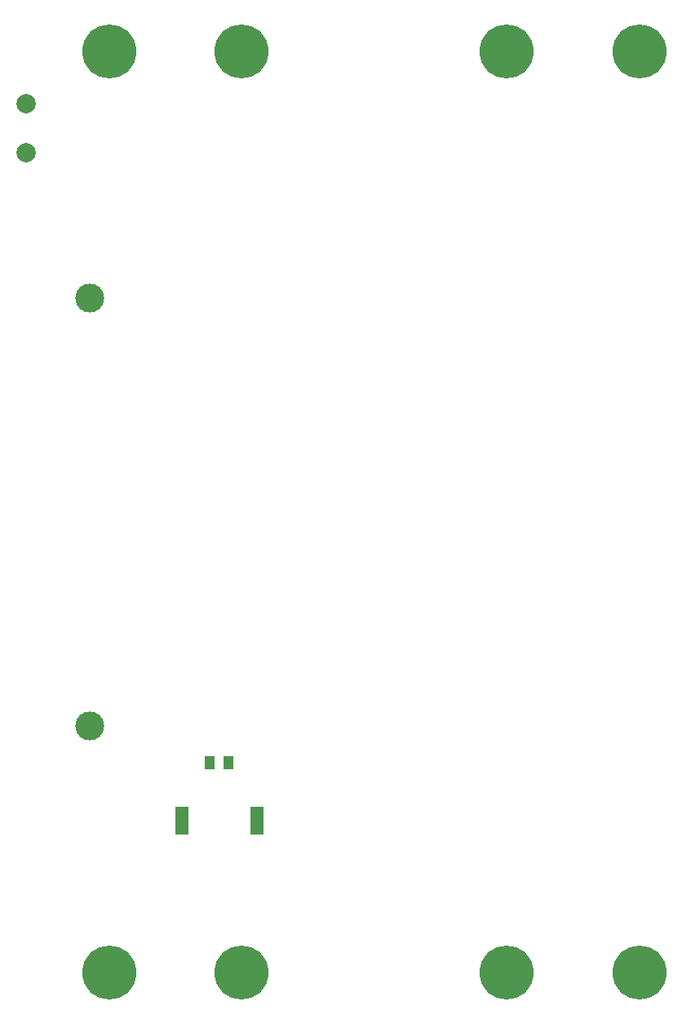
<source format=gbs>
G04 #@! TF.GenerationSoftware,KiCad,Pcbnew,(6.0.5-0)*
G04 #@! TF.CreationDate,2022-12-26T00:11:25-05:00*
G04 #@! TF.ProjectId,solar-cell-pcbs-usb,736f6c61-722d-4636-956c-6c2d70636273,2*
G04 #@! TF.SameCoordinates,Original*
G04 #@! TF.FileFunction,Soldermask,Bot*
G04 #@! TF.FilePolarity,Negative*
%FSLAX46Y46*%
G04 Gerber Fmt 4.6, Leading zero omitted, Abs format (unit mm)*
G04 Created by KiCad (PCBNEW (6.0.5-0)) date 2022-12-26 00:11:25*
%MOMM*%
%LPD*%
G01*
G04 APERTURE LIST*
%ADD10C,2.000000*%
%ADD11C,5.600000*%
%ADD12C,3.000000*%
%ADD13R,1.100000X1.450000*%
%ADD14R,1.350000X2.899999*%
G04 APERTURE END LIST*
D10*
X75950000Y-53250000D03*
D11*
X98350000Y-138250000D03*
X84600000Y-42750000D03*
D12*
X82600000Y-112700000D03*
D11*
X139600000Y-138250000D03*
X84600000Y-138250000D03*
X125850000Y-42750000D03*
D10*
X76000000Y-48150000D03*
D12*
X82600000Y-68300000D03*
D11*
X139600000Y-42750000D03*
X98350000Y-42750000D03*
X125850000Y-138250000D03*
D13*
X97000000Y-116500000D03*
X94999999Y-116500000D03*
D14*
X99894998Y-122474999D03*
X92105003Y-122474999D03*
M02*

</source>
